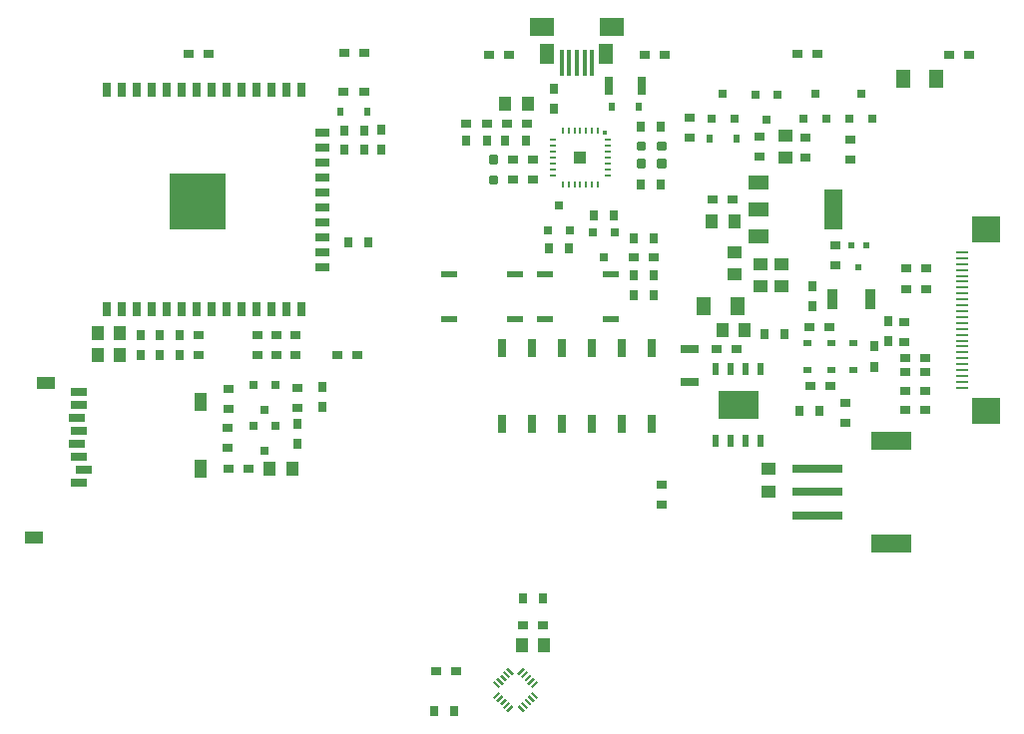
<source format=gtp>
G75*
%MOIN*%
%OFA0B0*%
%FSLAX24Y24*%
%IPPOS*%
%LPD*%
%AMOC8*
5,1,8,0,0,1.08239X$1,22.5*
%
%ADD10R,0.0102X0.0220*%
%ADD11R,0.0394X0.0394*%
%ADD12R,0.0118X0.0118*%
%ADD13R,0.0220X0.0102*%
%ADD14R,0.0142X0.0870*%
%ADD15R,0.0785X0.0598*%
%ADD16R,0.0465X0.0711*%
%ADD17R,0.0409X0.0488*%
%ADD18R,0.0315X0.0630*%
%ADD19R,0.0198X0.0277*%
%ADD20R,0.0252X0.0291*%
%ADD21R,0.0315X0.0354*%
%ADD22R,0.0354X0.0315*%
%ADD23R,0.0220X0.0220*%
%ADD24R,0.0277X0.0198*%
%ADD25R,0.0488X0.0409*%
%ADD26R,0.0969X0.0850*%
%ADD27R,0.0449X0.0094*%
%ADD28R,0.0378X0.0693*%
%ADD29R,0.0669X0.0472*%
%ADD30R,0.0630X0.1339*%
%ADD31R,0.0441X0.0598*%
%ADD32R,0.0638X0.0441*%
%ADD33R,0.0528X0.0252*%
%ADD34C,0.0094*%
%ADD35R,0.0283X0.0480*%
%ADD36R,0.0480X0.0283*%
%ADD37R,0.1890X0.1890*%
%ADD38R,0.0504X0.0584*%
%ADD39R,0.0630X0.0315*%
%ADD40R,0.1693X0.0315*%
%ADD41R,0.1339X0.0591*%
%ADD42R,0.0540X0.0240*%
%ADD43R,0.0283X0.0638*%
%ADD44R,0.0239X0.0440*%
%ADD45R,0.1339X0.0945*%
%ADD46R,0.0080X0.0260*%
D10*
X020219Y032939D03*
X020416Y032939D03*
X020612Y032939D03*
X020809Y032939D03*
X021006Y032939D03*
X021203Y032939D03*
X021400Y032939D03*
X021400Y034750D03*
X021203Y034750D03*
X021006Y034750D03*
X020809Y034750D03*
X020612Y034750D03*
X020416Y034750D03*
X020219Y034750D03*
D11*
X020809Y033845D03*
D12*
X021636Y034672D03*
D13*
X021715Y034436D03*
X021715Y034239D03*
X021715Y034042D03*
X021715Y033845D03*
X021715Y033648D03*
X021715Y033451D03*
X021715Y033254D03*
X019904Y033254D03*
X019904Y033451D03*
X019904Y033648D03*
X019904Y033845D03*
X019904Y034042D03*
X019904Y034239D03*
X019904Y034436D03*
D14*
X020179Y036995D03*
X020435Y036995D03*
X020691Y036995D03*
X020947Y036995D03*
X021203Y036995D03*
D15*
X021853Y038215D03*
X019530Y038215D03*
D16*
X019707Y037310D03*
X021675Y037310D03*
D17*
X019057Y035656D03*
X018309Y035656D03*
X025199Y031719D03*
X025947Y031719D03*
X026301Y028058D03*
X025553Y028058D03*
X019608Y017549D03*
X018860Y017549D03*
X011183Y023451D03*
X010435Y023451D03*
X005435Y027231D03*
X005435Y027979D03*
X004687Y027979D03*
X004687Y027231D03*
D18*
X021754Y036247D03*
X022857Y036247D03*
D19*
X022758Y035538D03*
X021853Y035538D03*
X025120Y034475D03*
X026026Y034475D03*
X013703Y035380D03*
X012797Y035380D03*
D20*
X019727Y031404D03*
X020475Y031404D03*
X021223Y031325D03*
X021971Y031325D03*
X021597Y030499D03*
X020101Y032231D03*
X025199Y035144D03*
X025947Y035144D03*
X025573Y035971D03*
X026656Y035932D03*
X027030Y035105D03*
X027404Y035932D03*
X028270Y035144D03*
X028644Y035971D03*
X029018Y035144D03*
X029805Y035144D03*
X030179Y035971D03*
X030553Y035144D03*
X010632Y026247D03*
X009884Y026247D03*
X010258Y025420D03*
X009884Y024869D03*
X010632Y024869D03*
X010258Y024042D03*
D21*
X015931Y015335D03*
X016601Y015335D03*
X018878Y019122D03*
X019548Y019122D03*
X012193Y025491D03*
X012193Y026160D03*
X011360Y024928D03*
X011360Y024258D03*
X007423Y027250D03*
X007423Y027920D03*
X006754Y027920D03*
X006124Y027920D03*
X006124Y027250D03*
X006754Y027250D03*
X013073Y031010D03*
X013742Y031010D03*
X013585Y034121D03*
X013585Y034750D03*
X012916Y034750D03*
X012916Y034121D03*
X014149Y034114D03*
X014149Y034784D03*
X017010Y034396D03*
X017679Y034396D03*
X018309Y034396D03*
X018979Y034396D03*
X019943Y035479D03*
X019943Y036148D03*
X022837Y034869D03*
X023506Y034869D03*
X023506Y032939D03*
X022837Y032939D03*
X021931Y031916D03*
X021262Y031916D03*
X020435Y030813D03*
X019766Y030813D03*
X022601Y031128D03*
X023270Y031128D03*
X023270Y029908D03*
X023270Y029239D03*
X022601Y029239D03*
X022601Y029908D03*
X026971Y027939D03*
X027640Y027939D03*
X028565Y028865D03*
X028565Y029534D03*
X030612Y027526D03*
X031101Y027691D03*
X031101Y028361D03*
X030612Y026857D03*
X028782Y025380D03*
X028112Y025380D03*
D22*
X028506Y026207D03*
X029175Y026207D03*
X029668Y025636D03*
X029668Y024967D03*
X031656Y025420D03*
X031656Y026050D03*
X032325Y026050D03*
X032325Y025420D03*
X032325Y026680D03*
X032325Y027152D03*
X031656Y027152D03*
X031656Y026680D03*
X031620Y027676D03*
X031620Y028345D03*
X031695Y029436D03*
X032364Y029436D03*
X032364Y030144D03*
X031695Y030144D03*
X029313Y030243D03*
X029313Y030912D03*
X029136Y028176D03*
X028467Y028176D03*
X026026Y027428D03*
X025357Y027428D03*
X023270Y030499D03*
X022601Y030499D03*
X025238Y032428D03*
X025908Y032428D03*
X026794Y033865D03*
X026794Y034534D03*
X028329Y034495D03*
X028329Y033825D03*
X029825Y033786D03*
X029825Y034455D03*
X028742Y037310D03*
X028073Y037310D03*
X024471Y035164D03*
X024471Y034495D03*
X023624Y037270D03*
X022955Y037270D03*
X019234Y033786D03*
X019234Y033117D03*
X018565Y033117D03*
X018565Y033786D03*
X018349Y034987D03*
X017679Y034987D03*
X017010Y034987D03*
X019018Y034987D03*
X018427Y037270D03*
X017758Y037270D03*
X013585Y037349D03*
X012916Y037349D03*
X012910Y036050D03*
X013579Y036050D03*
X008388Y037310D03*
X007719Y037310D03*
X008053Y027920D03*
X008053Y027250D03*
X009077Y026109D03*
X009077Y025439D03*
X009038Y024810D03*
X009038Y024140D03*
X009057Y023451D03*
X009727Y023451D03*
X011360Y025479D03*
X011360Y026148D03*
X011282Y027250D03*
X011282Y027920D03*
X010652Y027920D03*
X010022Y027920D03*
X010022Y027250D03*
X010652Y027250D03*
X012679Y027231D03*
X013349Y027231D03*
X018882Y018222D03*
X019551Y018222D03*
X016653Y016664D03*
X015984Y016664D03*
X023526Y022250D03*
X023526Y022920D03*
X033112Y037270D03*
X033782Y037270D03*
D23*
X030357Y030902D03*
X029845Y030902D03*
X030101Y030174D03*
D24*
X029943Y027644D03*
X029195Y027644D03*
X028408Y027644D03*
X028408Y026739D03*
X029195Y026739D03*
X029943Y026739D03*
D25*
X027542Y029534D03*
X026833Y029534D03*
X026833Y030282D03*
X027542Y030282D03*
X025967Y029928D03*
X025967Y030676D03*
X027660Y033825D03*
X027660Y034573D03*
X027109Y023432D03*
X027109Y022684D03*
D26*
X034345Y025388D03*
X034345Y031436D03*
D27*
X033565Y030676D03*
X033565Y030479D03*
X033565Y030282D03*
X033565Y030085D03*
X033565Y029888D03*
X033565Y029691D03*
X033565Y029495D03*
X033565Y029298D03*
X033565Y029101D03*
X033565Y028904D03*
X033565Y028707D03*
X033565Y028510D03*
X033565Y028313D03*
X033565Y028117D03*
X033565Y027920D03*
X033565Y027723D03*
X033565Y027526D03*
X033565Y027329D03*
X033565Y027132D03*
X033565Y026936D03*
X033565Y026739D03*
X033565Y026542D03*
X033565Y026345D03*
X033565Y026148D03*
D28*
X030494Y029121D03*
X029234Y029121D03*
D29*
X026774Y031207D03*
X026774Y032113D03*
X026774Y033018D03*
D30*
X029254Y032113D03*
D31*
X008132Y025676D03*
X008132Y023432D03*
D32*
X002955Y026306D03*
X002561Y021128D03*
D33*
X004077Y022963D03*
X004234Y023396D03*
X004077Y023829D03*
X003998Y024262D03*
X004077Y024695D03*
X003998Y025128D03*
X004077Y025561D03*
X004077Y025995D03*
D34*
X017786Y033216D02*
X018006Y033216D01*
X018006Y032996D01*
X017786Y032996D01*
X017786Y033216D01*
X017786Y033089D02*
X018006Y033089D01*
X018006Y033182D02*
X017786Y033182D01*
X017786Y033907D02*
X018006Y033907D01*
X018006Y033687D01*
X017786Y033687D01*
X017786Y033907D01*
X017786Y033780D02*
X018006Y033780D01*
X018006Y033873D02*
X017786Y033873D01*
X022936Y033758D02*
X022936Y033538D01*
X022716Y033538D01*
X022716Y033758D01*
X022936Y033758D01*
X022936Y033631D02*
X022716Y033631D01*
X022716Y033724D02*
X022936Y033724D01*
X022936Y034129D02*
X022936Y034349D01*
X022936Y034129D02*
X022716Y034129D01*
X022716Y034349D01*
X022936Y034349D01*
X022936Y034222D02*
X022716Y034222D01*
X022716Y034315D02*
X022936Y034315D01*
X023627Y034349D02*
X023627Y034129D01*
X023407Y034129D01*
X023407Y034349D01*
X023627Y034349D01*
X023627Y034222D02*
X023407Y034222D01*
X023407Y034315D02*
X023627Y034315D01*
X023627Y033758D02*
X023627Y033538D01*
X023407Y033538D01*
X023407Y033758D01*
X023627Y033758D01*
X023627Y033631D02*
X023407Y033631D01*
X023407Y033724D02*
X023627Y033724D01*
D35*
X011486Y036121D03*
X010986Y036121D03*
X010486Y036121D03*
X009986Y036121D03*
X009486Y036121D03*
X008986Y036121D03*
X008486Y036121D03*
X007986Y036121D03*
X007486Y036121D03*
X006986Y036121D03*
X006486Y036121D03*
X005986Y036121D03*
X005486Y036121D03*
X004986Y036121D03*
X004986Y028758D03*
X005486Y028758D03*
X005986Y028758D03*
X006486Y028758D03*
X006986Y028758D03*
X007486Y028758D03*
X007986Y028758D03*
X008486Y028758D03*
X008986Y028758D03*
X009486Y028758D03*
X009986Y028758D03*
X010486Y028758D03*
X010986Y028758D03*
X011486Y028758D03*
D36*
X012195Y030187D03*
X012195Y030687D03*
X012195Y031187D03*
X012195Y031687D03*
X012195Y032187D03*
X012195Y032687D03*
X012195Y033187D03*
X012195Y033687D03*
X012195Y034187D03*
X012195Y034687D03*
D37*
X008014Y032388D03*
D38*
X024934Y028884D03*
X026054Y028884D03*
X031588Y036483D03*
X032708Y036483D03*
D39*
X024471Y027428D03*
X024471Y026325D03*
D40*
X028723Y023451D03*
X028723Y022664D03*
X028723Y021876D03*
D41*
X031183Y020951D03*
X031183Y024376D03*
D42*
X021831Y028449D03*
X021831Y029949D03*
X019631Y029949D03*
X018642Y029949D03*
X018642Y028449D03*
X019631Y028449D03*
X016442Y028449D03*
X016442Y029949D03*
D43*
X018191Y027467D03*
X019191Y027467D03*
X020191Y027467D03*
X021191Y027467D03*
X022191Y027467D03*
X023191Y027467D03*
X023191Y024947D03*
X022191Y024947D03*
X021191Y024947D03*
X020191Y024947D03*
X019191Y024947D03*
X018191Y024947D03*
D44*
X025335Y024382D03*
X025835Y024382D03*
X026335Y024382D03*
X026835Y024382D03*
X026835Y026772D03*
X026335Y026772D03*
X025835Y026772D03*
X025335Y026772D03*
D45*
X026085Y025577D03*
D46*
G36*
X018892Y016792D02*
X018949Y016735D01*
X018766Y016552D01*
X018709Y016609D01*
X018892Y016792D01*
G37*
G36*
X018998Y016685D02*
X019055Y016628D01*
X018872Y016445D01*
X018815Y016502D01*
X018998Y016685D01*
G37*
G36*
X019112Y016572D02*
X019169Y016515D01*
X018986Y016332D01*
X018929Y016389D01*
X019112Y016572D01*
G37*
G36*
X019225Y016459D02*
X019282Y016402D01*
X019099Y016219D01*
X019042Y016276D01*
X019225Y016459D01*
G37*
G36*
X019331Y016353D02*
X019388Y016296D01*
X019205Y016113D01*
X019148Y016170D01*
X019331Y016353D01*
G37*
G36*
X019148Y015928D02*
X019205Y015985D01*
X019388Y015802D01*
X019331Y015745D01*
X019148Y015928D01*
G37*
G36*
X019042Y015822D02*
X019099Y015879D01*
X019282Y015696D01*
X019225Y015639D01*
X019042Y015822D01*
G37*
G36*
X018929Y015709D02*
X018986Y015766D01*
X019169Y015583D01*
X019112Y015526D01*
X018929Y015709D01*
G37*
G36*
X018815Y015596D02*
X018872Y015653D01*
X019055Y015470D01*
X018998Y015413D01*
X018815Y015596D01*
G37*
G36*
X018709Y015490D02*
X018766Y015547D01*
X018949Y015364D01*
X018892Y015307D01*
X018709Y015490D01*
G37*
G36*
X018525Y015547D02*
X018582Y015490D01*
X018399Y015307D01*
X018342Y015364D01*
X018525Y015547D01*
G37*
G36*
X018419Y015653D02*
X018476Y015596D01*
X018293Y015413D01*
X018236Y015470D01*
X018419Y015653D01*
G37*
G36*
X018305Y015766D02*
X018362Y015709D01*
X018179Y015526D01*
X018122Y015583D01*
X018305Y015766D01*
G37*
G36*
X018192Y015879D02*
X018249Y015822D01*
X018066Y015639D01*
X018009Y015696D01*
X018192Y015879D01*
G37*
G36*
X018086Y015985D02*
X018143Y015928D01*
X017960Y015745D01*
X017903Y015802D01*
X018086Y015985D01*
G37*
G36*
X017903Y016296D02*
X017960Y016353D01*
X018143Y016170D01*
X018086Y016113D01*
X017903Y016296D01*
G37*
G36*
X018009Y016402D02*
X018066Y016459D01*
X018249Y016276D01*
X018192Y016219D01*
X018009Y016402D01*
G37*
G36*
X018122Y016515D02*
X018179Y016572D01*
X018362Y016389D01*
X018305Y016332D01*
X018122Y016515D01*
G37*
G36*
X018236Y016628D02*
X018293Y016685D01*
X018476Y016502D01*
X018419Y016445D01*
X018236Y016628D01*
G37*
G36*
X018342Y016735D02*
X018399Y016792D01*
X018582Y016609D01*
X018525Y016552D01*
X018342Y016735D01*
G37*
M02*

</source>
